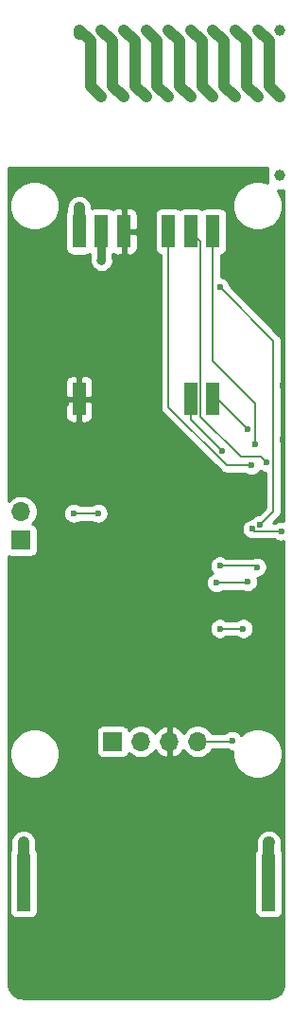
<source format=gbr>
G04 #@! TF.GenerationSoftware,KiCad,Pcbnew,5.1.8-db9833491~87~ubuntu20.04.1*
G04 #@! TF.CreationDate,2020-11-19T21:04:05-07:00*
G04 #@! TF.ProjectId,remote,72656d6f-7465-42e6-9b69-6361645f7063,rev?*
G04 #@! TF.SameCoordinates,Original*
G04 #@! TF.FileFunction,Copper,L2,Bot*
G04 #@! TF.FilePolarity,Positive*
%FSLAX46Y46*%
G04 Gerber Fmt 4.6, Leading zero omitted, Abs format (unit mm)*
G04 Created by KiCad (PCBNEW 5.1.8-db9833491~87~ubuntu20.04.1) date 2020-11-19 21:04:05*
%MOMM*%
%LPD*%
G01*
G04 APERTURE LIST*
G04 #@! TA.AperFunction,ComponentPad*
%ADD10O,1.700000X1.700000*%
G04 #@! TD*
G04 #@! TA.AperFunction,ComponentPad*
%ADD11R,1.700000X1.700000*%
G04 #@! TD*
G04 #@! TA.AperFunction,SMDPad,CuDef*
%ADD12R,1.270000X5.080000*%
G04 #@! TD*
G04 #@! TA.AperFunction,SMDPad,CuDef*
%ADD13C,17.800000*%
G04 #@! TD*
G04 #@! TA.AperFunction,SMDPad,CuDef*
%ADD14R,1.198880X2.999740*%
G04 #@! TD*
G04 #@! TA.AperFunction,ViaPad*
%ADD15C,1.000000*%
G04 #@! TD*
G04 #@! TA.AperFunction,ViaPad*
%ADD16C,0.600000*%
G04 #@! TD*
G04 #@! TA.AperFunction,ViaPad*
%ADD17C,0.800000*%
G04 #@! TD*
G04 #@! TA.AperFunction,Conductor*
%ADD18C,1.000000*%
G04 #@! TD*
G04 #@! TA.AperFunction,Conductor*
%ADD19C,0.750000*%
G04 #@! TD*
G04 #@! TA.AperFunction,Conductor*
%ADD20C,0.200000*%
G04 #@! TD*
G04 #@! TA.AperFunction,Conductor*
%ADD21C,0.254000*%
G04 #@! TD*
G04 #@! TA.AperFunction,Conductor*
%ADD22C,0.100000*%
G04 #@! TD*
G04 APERTURE END LIST*
D10*
X35800000Y-71320000D03*
X35800000Y-73860000D03*
D11*
X35800000Y-76400000D03*
D12*
X57985000Y-107000000D03*
X36015000Y-107000000D03*
D13*
X47000000Y-107000000D03*
D14*
X41000520Y-63798080D03*
X50997960Y-63798080D03*
X52999480Y-63798080D03*
X52999480Y-48801920D03*
X50997960Y-48801920D03*
X48998980Y-48801920D03*
X45001020Y-48801920D03*
X43002040Y-48801920D03*
X41000520Y-48801920D03*
D10*
X51620000Y-94400000D03*
X49080000Y-94400000D03*
X46540000Y-94400000D03*
D11*
X44000000Y-94400000D03*
D15*
X59000000Y-43800000D03*
D16*
X43600000Y-100200000D03*
X47000000Y-100200000D03*
X39000000Y-104400000D03*
X43000000Y-104400000D03*
X47000000Y-104400000D03*
X51000000Y-104400000D03*
X55200000Y-108600000D03*
X51200000Y-108600000D03*
X47200000Y-108600000D03*
X43200000Y-108600000D03*
X39200000Y-108600000D03*
X40800000Y-112600000D03*
X44800000Y-112600000D03*
X48800000Y-112600000D03*
X52800000Y-112600000D03*
X55100000Y-72600000D03*
X50500000Y-100200000D03*
X54200000Y-101700000D03*
X35200000Y-43700000D03*
X39400000Y-43700000D03*
X43800000Y-43600000D03*
X47800000Y-43600000D03*
X51800000Y-43600000D03*
X55800000Y-43600000D03*
X43800000Y-46400000D03*
X47800000Y-46400000D03*
X51800000Y-46400000D03*
X54400000Y-46800000D03*
X35400000Y-116600000D03*
X39400000Y-116600000D03*
X43400000Y-116600000D03*
X47400000Y-116600000D03*
X51400000Y-116600000D03*
X55400000Y-116600000D03*
X58600000Y-116600000D03*
X58800000Y-112600000D03*
X56800000Y-112600000D03*
X36800000Y-112600000D03*
X35200000Y-112600000D03*
X56400000Y-104600000D03*
X35200000Y-102000000D03*
X35200000Y-97600000D03*
X39600000Y-97200000D03*
X40000000Y-93600000D03*
X35200000Y-93400000D03*
X35200000Y-89400000D03*
X35200000Y-85400000D03*
X35200000Y-83000000D03*
X40200000Y-89600000D03*
X40200000Y-85600000D03*
X40200000Y-81600000D03*
X40200000Y-76000000D03*
X37600000Y-78200000D03*
X40200000Y-72200000D03*
X40200000Y-68200000D03*
X39800000Y-64200000D03*
X40200000Y-60200000D03*
X40200000Y-56200000D03*
X40200000Y-52400000D03*
X35000000Y-66200000D03*
X35000000Y-62200000D03*
X35000000Y-58200000D03*
X35000000Y-54200000D03*
X35000000Y-50200000D03*
X59000000Y-48200000D03*
X59000000Y-52200000D03*
X59000000Y-56200000D03*
X59000000Y-57600000D03*
X54800000Y-53600000D03*
X54600000Y-50000000D03*
X43200000Y-72800000D03*
X43000000Y-70000000D03*
X48600000Y-69000000D03*
X43000000Y-66000000D03*
X48800000Y-65800000D03*
X48000000Y-61200000D03*
X43000000Y-61200000D03*
X43000000Y-57200000D03*
X48000000Y-57200000D03*
X48000000Y-53200000D03*
X45400000Y-53200000D03*
X46800000Y-50800000D03*
X53400000Y-72800000D03*
X53400000Y-75200000D03*
X48200000Y-73800000D03*
X48200000Y-77800000D03*
X48200000Y-81800000D03*
X51200000Y-81800000D03*
X51800000Y-86000000D03*
X47600000Y-88000000D03*
X47600000Y-92800000D03*
X51800000Y-90400000D03*
X51800000Y-92600000D03*
X48000000Y-85000000D03*
X51800000Y-96200000D03*
X47600000Y-96000000D03*
X43000000Y-96200000D03*
X59200000Y-102600000D03*
X56200000Y-97800000D03*
X59200000Y-96800000D03*
X59200000Y-94200000D03*
X56000000Y-93200000D03*
X59200000Y-90200000D03*
X59200000Y-86200000D03*
X59200000Y-82800000D03*
X56000000Y-89200000D03*
X56200000Y-85400000D03*
X57200000Y-80400000D03*
X55400000Y-75400000D03*
X57400000Y-73200000D03*
X59200000Y-67400000D03*
X59200000Y-62600000D03*
D17*
X58000000Y-103400000D03*
X36000000Y-103400000D03*
X43000000Y-51400000D03*
D16*
X54699999Y-94300001D03*
D15*
X41000000Y-30800000D03*
X59000000Y-30800000D03*
X59000000Y-36800000D03*
X57000000Y-30800000D03*
X57000000Y-36800000D03*
X55000000Y-30800000D03*
X55000000Y-36800000D03*
X53000000Y-30800000D03*
X53000000Y-36800000D03*
X51000000Y-30800000D03*
X51000000Y-36800000D03*
X49000000Y-30800000D03*
X49000000Y-36800000D03*
X47000000Y-30800000D03*
X47000000Y-36800000D03*
X45000000Y-30800000D03*
X45000000Y-36800000D03*
X43000000Y-30800000D03*
X43000000Y-36800000D03*
D16*
X42700000Y-74000000D03*
X40500000Y-74000000D03*
X53600000Y-78700000D03*
X56900000Y-78800000D03*
X53800000Y-68400000D03*
X56425000Y-69727657D03*
X56060010Y-66460010D03*
X57775010Y-69434406D03*
X56800000Y-67800000D03*
D17*
X41000000Y-46700000D03*
D16*
X55700000Y-84300000D03*
X53600000Y-84300000D03*
X53300000Y-80200000D03*
X56100019Y-80100000D03*
X59100000Y-75600000D03*
X56500000Y-75400000D03*
X53600000Y-53800000D03*
X57200000Y-74999990D03*
D18*
X57985000Y-103415000D02*
X58000000Y-103400000D01*
X57985000Y-107000000D02*
X57985000Y-103415000D01*
X36015000Y-103415000D02*
X36000000Y-103400000D01*
X36015000Y-107000000D02*
X36015000Y-103415000D01*
D19*
X43000000Y-48803960D02*
X43002040Y-48801920D01*
X43000000Y-51400000D02*
X43000000Y-48803960D01*
D20*
X54600000Y-94400000D02*
X54699999Y-94300001D01*
X51620000Y-94400000D02*
X54600000Y-94400000D01*
D18*
X41025000Y-31200000D02*
X41000000Y-31200000D01*
X59000000Y-36800000D02*
X58000000Y-35800000D01*
X58000000Y-35800000D02*
X58000000Y-31800000D01*
X57000000Y-30800000D02*
X58000000Y-31800000D01*
X57000000Y-36800000D02*
X56000000Y-35800000D01*
X56000000Y-35800000D02*
X56000000Y-31800000D01*
X55000000Y-30800000D02*
X56000000Y-31800000D01*
X55000000Y-36800000D02*
X54000000Y-35800000D01*
X54000000Y-35800000D02*
X54000000Y-31800000D01*
X53000000Y-30800000D02*
X54000000Y-31800000D01*
X53000000Y-36800000D02*
X52000000Y-35800000D01*
X52000000Y-35800000D02*
X52000000Y-31800000D01*
X51000000Y-30800000D02*
X52000000Y-31800000D01*
X51000000Y-36800000D02*
X50000000Y-35800000D01*
X50000000Y-35800000D02*
X50000000Y-31800000D01*
X49000000Y-30800000D02*
X50000000Y-31800000D01*
X49000000Y-36800000D02*
X48000000Y-35800000D01*
X48000000Y-35800000D02*
X48000000Y-31800000D01*
X47000000Y-30800000D02*
X48000000Y-31800000D01*
X47000000Y-36800000D02*
X46000000Y-35800000D01*
X46000000Y-35800000D02*
X46000000Y-31800000D01*
X45000000Y-30800000D02*
X46000000Y-31800000D01*
X45000000Y-36800000D02*
X44000000Y-35800000D01*
X44000000Y-35800000D02*
X44000000Y-31800000D01*
X43000000Y-30800000D02*
X44000000Y-31800000D01*
X42000000Y-35800000D02*
X43000000Y-36800000D01*
X42000000Y-31800000D02*
X42000000Y-35800000D01*
X41000000Y-30800000D02*
X42000000Y-31800000D01*
D20*
X42700000Y-74000000D02*
X40500000Y-74000000D01*
X56800000Y-78700000D02*
X56900000Y-78800000D01*
X53600000Y-78700000D02*
X56800000Y-78700000D01*
X50997960Y-63798080D02*
X50997960Y-65597960D01*
X50997960Y-65597960D02*
X53800000Y-68400000D01*
X54239653Y-69727657D02*
X56000736Y-69727657D01*
X48998980Y-48801920D02*
X48998980Y-64486984D01*
X48998980Y-64486984D02*
X54239653Y-69727657D01*
X56000736Y-69727657D02*
X56425000Y-69727657D01*
X53398080Y-63798080D02*
X56000000Y-66400000D01*
X52999480Y-63798080D02*
X53398080Y-63798080D01*
X56000000Y-66400000D02*
X56060010Y-66460010D01*
X57240603Y-68899999D02*
X57775010Y-69434406D01*
X51897401Y-49701361D02*
X51897401Y-65335313D01*
X50997960Y-48801920D02*
X51897401Y-49701361D01*
X55462087Y-68899999D02*
X57240603Y-68899999D01*
X51897401Y-65335313D02*
X55462087Y-68899999D01*
X52999480Y-48801920D02*
X52999480Y-60399480D01*
X52999480Y-60399480D02*
X56800000Y-64200000D01*
X56800000Y-67000000D02*
X56800000Y-67800000D01*
X56800000Y-64200000D02*
X56800000Y-67000000D01*
D18*
X41000520Y-48801920D02*
X41000520Y-46700520D01*
D20*
X55700000Y-84300000D02*
X53600000Y-84300000D01*
X53300000Y-80200000D02*
X56000019Y-80200000D01*
X56000019Y-80200000D02*
X56100019Y-80100000D01*
X59100000Y-75600000D02*
X56700000Y-75600000D01*
X56700000Y-75600000D02*
X56500000Y-75400000D01*
X58400000Y-73799990D02*
X57200000Y-74999990D01*
X53600000Y-53800000D02*
X58400000Y-58600000D01*
X58400000Y-58600000D02*
X58400000Y-73799990D01*
D21*
X57873000Y-43647993D02*
X57865000Y-43688212D01*
X57865000Y-43911788D01*
X57873000Y-43952007D01*
X57873000Y-44442462D01*
X57651925Y-44350890D01*
X57220128Y-44265000D01*
X56779872Y-44265000D01*
X56348075Y-44350890D01*
X55941331Y-44519369D01*
X55575271Y-44763962D01*
X55263962Y-45075271D01*
X55019369Y-45441331D01*
X54850890Y-45848075D01*
X54765000Y-46279872D01*
X54765000Y-46720128D01*
X54850890Y-47151925D01*
X55019369Y-47558669D01*
X55263962Y-47924729D01*
X55575271Y-48236038D01*
X55941331Y-48480631D01*
X56348075Y-48649110D01*
X56779872Y-48735000D01*
X57220128Y-48735000D01*
X57651925Y-48649110D01*
X58058669Y-48480631D01*
X58424729Y-48236038D01*
X58736038Y-47924729D01*
X58980631Y-47558669D01*
X59149110Y-47151925D01*
X59235000Y-46720128D01*
X59235000Y-46279872D01*
X59149110Y-45848075D01*
X58980631Y-45441331D01*
X58770602Y-45127000D01*
X59340000Y-45127000D01*
X59340001Y-74694422D01*
X59192089Y-74665000D01*
X59007911Y-74665000D01*
X58827271Y-74700932D01*
X58657111Y-74771414D01*
X58517049Y-74865000D01*
X58374437Y-74865000D01*
X58894193Y-74345244D01*
X58922238Y-74322228D01*
X59014087Y-74210310D01*
X59082337Y-74082623D01*
X59124365Y-73944075D01*
X59135000Y-73836095D01*
X59135000Y-73836086D01*
X59138555Y-73799991D01*
X59135000Y-73763896D01*
X59135000Y-58636096D01*
X59138555Y-58599999D01*
X59135000Y-58563902D01*
X59135000Y-58563895D01*
X59124365Y-58455915D01*
X59082337Y-58317367D01*
X59014087Y-58189680D01*
X58970117Y-58136103D01*
X58945253Y-58105806D01*
X58945250Y-58105803D01*
X58922237Y-58077762D01*
X58894197Y-58054751D01*
X54531932Y-53692486D01*
X54499068Y-53527271D01*
X54428586Y-53357111D01*
X54326262Y-53203972D01*
X54196028Y-53073738D01*
X54042889Y-52971414D01*
X53872729Y-52900932D01*
X53734480Y-52873432D01*
X53734480Y-50924242D01*
X53843100Y-50891292D01*
X53953414Y-50832327D01*
X54050105Y-50752975D01*
X54129457Y-50656284D01*
X54188422Y-50545970D01*
X54224732Y-50426272D01*
X54236992Y-50301790D01*
X54236992Y-47302050D01*
X54224732Y-47177568D01*
X54188422Y-47057870D01*
X54129457Y-46947556D01*
X54050105Y-46850865D01*
X53953414Y-46771513D01*
X53843100Y-46712548D01*
X53723402Y-46676238D01*
X53598920Y-46663978D01*
X52400040Y-46663978D01*
X52275558Y-46676238D01*
X52155860Y-46712548D01*
X52045546Y-46771513D01*
X51998720Y-46809942D01*
X51951894Y-46771513D01*
X51841580Y-46712548D01*
X51721882Y-46676238D01*
X51597400Y-46663978D01*
X50398520Y-46663978D01*
X50274038Y-46676238D01*
X50154340Y-46712548D01*
X50044026Y-46771513D01*
X49998470Y-46808900D01*
X49952914Y-46771513D01*
X49842600Y-46712548D01*
X49722902Y-46676238D01*
X49598420Y-46663978D01*
X48399540Y-46663978D01*
X48275058Y-46676238D01*
X48155360Y-46712548D01*
X48045046Y-46771513D01*
X47948355Y-46850865D01*
X47869003Y-46947556D01*
X47810038Y-47057870D01*
X47773728Y-47177568D01*
X47761468Y-47302050D01*
X47761468Y-50301790D01*
X47773728Y-50426272D01*
X47810038Y-50545970D01*
X47869003Y-50656284D01*
X47948355Y-50752975D01*
X48045046Y-50832327D01*
X48155360Y-50891292D01*
X48263980Y-50924242D01*
X48263981Y-64450869D01*
X48260424Y-64486984D01*
X48274615Y-64631069D01*
X48309253Y-64745253D01*
X48316644Y-64769617D01*
X48384894Y-64897304D01*
X48476743Y-65009222D01*
X48504788Y-65032238D01*
X53694399Y-70221850D01*
X53717415Y-70249895D01*
X53829333Y-70341744D01*
X53957020Y-70409994D01*
X54095568Y-70452022D01*
X54239653Y-70466213D01*
X54275758Y-70462657D01*
X55842049Y-70462657D01*
X55982111Y-70556243D01*
X56152271Y-70626725D01*
X56332911Y-70662657D01*
X56517089Y-70662657D01*
X56697729Y-70626725D01*
X56867889Y-70556243D01*
X57021028Y-70453919D01*
X57151262Y-70323685D01*
X57235122Y-70198179D01*
X57332121Y-70262992D01*
X57502281Y-70333474D01*
X57665001Y-70365841D01*
X57665001Y-73495542D01*
X57092485Y-74068058D01*
X56927271Y-74100922D01*
X56757111Y-74171404D01*
X56603972Y-74273728D01*
X56473738Y-74403962D01*
X56432954Y-74465000D01*
X56407911Y-74465000D01*
X56227271Y-74500932D01*
X56057111Y-74571414D01*
X55903972Y-74673738D01*
X55773738Y-74803972D01*
X55671414Y-74957111D01*
X55600932Y-75127271D01*
X55565000Y-75307911D01*
X55565000Y-75492089D01*
X55600932Y-75672729D01*
X55671414Y-75842889D01*
X55773738Y-75996028D01*
X55903972Y-76126262D01*
X56057111Y-76228586D01*
X56227271Y-76299068D01*
X56407911Y-76335000D01*
X56592089Y-76335000D01*
X56615869Y-76330270D01*
X56700000Y-76338556D01*
X56736105Y-76335000D01*
X58517049Y-76335000D01*
X58657111Y-76428586D01*
X58827271Y-76499068D01*
X59007911Y-76535000D01*
X59192089Y-76535000D01*
X59340001Y-76505578D01*
X59340001Y-115967711D01*
X59311375Y-116259660D01*
X59235965Y-116509429D01*
X59113477Y-116739794D01*
X58948579Y-116941979D01*
X58747546Y-117108288D01*
X58518046Y-117232378D01*
X58268805Y-117309531D01*
X57978911Y-117340000D01*
X36032279Y-117340000D01*
X35740340Y-117311375D01*
X35490571Y-117235965D01*
X35260206Y-117113477D01*
X35058021Y-116948579D01*
X34891712Y-116747546D01*
X34767622Y-116518046D01*
X34690469Y-116268805D01*
X34660000Y-115978911D01*
X34660000Y-104460000D01*
X34741928Y-104460000D01*
X34741928Y-109540000D01*
X34754188Y-109664482D01*
X34790498Y-109784180D01*
X34849463Y-109894494D01*
X34928815Y-109991185D01*
X35025506Y-110070537D01*
X35135820Y-110129502D01*
X35255518Y-110165812D01*
X35380000Y-110178072D01*
X36650000Y-110178072D01*
X36774482Y-110165812D01*
X36894180Y-110129502D01*
X37004494Y-110070537D01*
X37101185Y-109991185D01*
X37180537Y-109894494D01*
X37239502Y-109784180D01*
X37275812Y-109664482D01*
X37288072Y-109540000D01*
X37288072Y-104460000D01*
X56711928Y-104460000D01*
X56711928Y-109540000D01*
X56724188Y-109664482D01*
X56760498Y-109784180D01*
X56819463Y-109894494D01*
X56898815Y-109991185D01*
X56995506Y-110070537D01*
X57105820Y-110129502D01*
X57225518Y-110165812D01*
X57350000Y-110178072D01*
X58620000Y-110178072D01*
X58744482Y-110165812D01*
X58864180Y-110129502D01*
X58974494Y-110070537D01*
X59071185Y-109991185D01*
X59150537Y-109894494D01*
X59209502Y-109784180D01*
X59245812Y-109664482D01*
X59258072Y-109540000D01*
X59258072Y-104460000D01*
X59245812Y-104335518D01*
X59209502Y-104215820D01*
X59150537Y-104105506D01*
X59120000Y-104068296D01*
X59120000Y-103608050D01*
X59140490Y-103400001D01*
X59118577Y-103177502D01*
X59053675Y-102963554D01*
X58948283Y-102766378D01*
X58806448Y-102593552D01*
X58633622Y-102451717D01*
X58436446Y-102346325D01*
X58222498Y-102281423D01*
X57999999Y-102259510D01*
X57777501Y-102281423D01*
X57563554Y-102346325D01*
X57366378Y-102451717D01*
X57236857Y-102558012D01*
X57221860Y-102573009D01*
X57178552Y-102608551D01*
X57036717Y-102781377D01*
X56980384Y-102886770D01*
X56931324Y-102978554D01*
X56866423Y-103192502D01*
X56844509Y-103415000D01*
X56850001Y-103470761D01*
X56850001Y-104068295D01*
X56819463Y-104105506D01*
X56760498Y-104215820D01*
X56724188Y-104335518D01*
X56711928Y-104460000D01*
X37288072Y-104460000D01*
X37275812Y-104335518D01*
X37239502Y-104215820D01*
X37180537Y-104105506D01*
X37150000Y-104068296D01*
X37150000Y-103470743D01*
X37155490Y-103414999D01*
X37150000Y-103359255D01*
X37150000Y-103359248D01*
X37133577Y-103192501D01*
X37068676Y-102978553D01*
X36963284Y-102781377D01*
X36821449Y-102608551D01*
X36778135Y-102573004D01*
X36763143Y-102558012D01*
X36633622Y-102451717D01*
X36436446Y-102346324D01*
X36222498Y-102281423D01*
X36000000Y-102259509D01*
X35777502Y-102281423D01*
X35563554Y-102346324D01*
X35366378Y-102451717D01*
X35193552Y-102593552D01*
X35051717Y-102766378D01*
X34946324Y-102963554D01*
X34881423Y-103177502D01*
X34859509Y-103400000D01*
X34880001Y-103608059D01*
X34880001Y-104068295D01*
X34849463Y-104105506D01*
X34790498Y-104215820D01*
X34754188Y-104335518D01*
X34741928Y-104460000D01*
X34660000Y-104460000D01*
X34660000Y-95279872D01*
X34765000Y-95279872D01*
X34765000Y-95720128D01*
X34850890Y-96151925D01*
X35019369Y-96558669D01*
X35263962Y-96924729D01*
X35575271Y-97236038D01*
X35941331Y-97480631D01*
X36348075Y-97649110D01*
X36779872Y-97735000D01*
X37220128Y-97735000D01*
X37651925Y-97649110D01*
X38058669Y-97480631D01*
X38424729Y-97236038D01*
X38736038Y-96924729D01*
X38980631Y-96558669D01*
X39149110Y-96151925D01*
X39235000Y-95720128D01*
X39235000Y-95279872D01*
X39149110Y-94848075D01*
X38980631Y-94441331D01*
X38736038Y-94075271D01*
X38424729Y-93763962D01*
X38104512Y-93550000D01*
X42511928Y-93550000D01*
X42511928Y-95250000D01*
X42524188Y-95374482D01*
X42560498Y-95494180D01*
X42619463Y-95604494D01*
X42698815Y-95701185D01*
X42795506Y-95780537D01*
X42905820Y-95839502D01*
X43025518Y-95875812D01*
X43150000Y-95888072D01*
X44850000Y-95888072D01*
X44974482Y-95875812D01*
X45094180Y-95839502D01*
X45204494Y-95780537D01*
X45301185Y-95701185D01*
X45380537Y-95604494D01*
X45439502Y-95494180D01*
X45461513Y-95421620D01*
X45593368Y-95553475D01*
X45836589Y-95715990D01*
X46106842Y-95827932D01*
X46393740Y-95885000D01*
X46686260Y-95885000D01*
X46973158Y-95827932D01*
X47243411Y-95715990D01*
X47486632Y-95553475D01*
X47693475Y-95346632D01*
X47815195Y-95164466D01*
X47884822Y-95281355D01*
X48079731Y-95497588D01*
X48313080Y-95671641D01*
X48575901Y-95796825D01*
X48723110Y-95841476D01*
X48953000Y-95720155D01*
X48953000Y-94527000D01*
X48933000Y-94527000D01*
X48933000Y-94273000D01*
X48953000Y-94273000D01*
X48953000Y-93079845D01*
X49207000Y-93079845D01*
X49207000Y-94273000D01*
X49227000Y-94273000D01*
X49227000Y-94527000D01*
X49207000Y-94527000D01*
X49207000Y-95720155D01*
X49436890Y-95841476D01*
X49584099Y-95796825D01*
X49846920Y-95671641D01*
X50080269Y-95497588D01*
X50275178Y-95281355D01*
X50344805Y-95164466D01*
X50466525Y-95346632D01*
X50673368Y-95553475D01*
X50916589Y-95715990D01*
X51186842Y-95827932D01*
X51473740Y-95885000D01*
X51766260Y-95885000D01*
X52053158Y-95827932D01*
X52323411Y-95715990D01*
X52566632Y-95553475D01*
X52773475Y-95346632D01*
X52914883Y-95135000D01*
X54272592Y-95135000D01*
X54427270Y-95199069D01*
X54607910Y-95235001D01*
X54773925Y-95235001D01*
X54765000Y-95279872D01*
X54765000Y-95720128D01*
X54850890Y-96151925D01*
X55019369Y-96558669D01*
X55263962Y-96924729D01*
X55575271Y-97236038D01*
X55941331Y-97480631D01*
X56348075Y-97649110D01*
X56779872Y-97735000D01*
X57220128Y-97735000D01*
X57651925Y-97649110D01*
X58058669Y-97480631D01*
X58424729Y-97236038D01*
X58736038Y-96924729D01*
X58980631Y-96558669D01*
X59149110Y-96151925D01*
X59235000Y-95720128D01*
X59235000Y-95279872D01*
X59149110Y-94848075D01*
X58980631Y-94441331D01*
X58736038Y-94075271D01*
X58424729Y-93763962D01*
X58058669Y-93519369D01*
X57651925Y-93350890D01*
X57220128Y-93265000D01*
X56779872Y-93265000D01*
X56348075Y-93350890D01*
X55941331Y-93519369D01*
X55575271Y-93763962D01*
X55509974Y-93829259D01*
X55426261Y-93703973D01*
X55296027Y-93573739D01*
X55142888Y-93471415D01*
X54972728Y-93400933D01*
X54792088Y-93365001D01*
X54607910Y-93365001D01*
X54427270Y-93400933D01*
X54257110Y-93471415D01*
X54103971Y-93573739D01*
X54012710Y-93665000D01*
X52914883Y-93665000D01*
X52773475Y-93453368D01*
X52566632Y-93246525D01*
X52323411Y-93084010D01*
X52053158Y-92972068D01*
X51766260Y-92915000D01*
X51473740Y-92915000D01*
X51186842Y-92972068D01*
X50916589Y-93084010D01*
X50673368Y-93246525D01*
X50466525Y-93453368D01*
X50344805Y-93635534D01*
X50275178Y-93518645D01*
X50080269Y-93302412D01*
X49846920Y-93128359D01*
X49584099Y-93003175D01*
X49436890Y-92958524D01*
X49207000Y-93079845D01*
X48953000Y-93079845D01*
X48723110Y-92958524D01*
X48575901Y-93003175D01*
X48313080Y-93128359D01*
X48079731Y-93302412D01*
X47884822Y-93518645D01*
X47815195Y-93635534D01*
X47693475Y-93453368D01*
X47486632Y-93246525D01*
X47243411Y-93084010D01*
X46973158Y-92972068D01*
X46686260Y-92915000D01*
X46393740Y-92915000D01*
X46106842Y-92972068D01*
X45836589Y-93084010D01*
X45593368Y-93246525D01*
X45461513Y-93378380D01*
X45439502Y-93305820D01*
X45380537Y-93195506D01*
X45301185Y-93098815D01*
X45204494Y-93019463D01*
X45094180Y-92960498D01*
X44974482Y-92924188D01*
X44850000Y-92911928D01*
X43150000Y-92911928D01*
X43025518Y-92924188D01*
X42905820Y-92960498D01*
X42795506Y-93019463D01*
X42698815Y-93098815D01*
X42619463Y-93195506D01*
X42560498Y-93305820D01*
X42524188Y-93425518D01*
X42511928Y-93550000D01*
X38104512Y-93550000D01*
X38058669Y-93519369D01*
X37651925Y-93350890D01*
X37220128Y-93265000D01*
X36779872Y-93265000D01*
X36348075Y-93350890D01*
X35941331Y-93519369D01*
X35575271Y-93763962D01*
X35263962Y-94075271D01*
X35019369Y-94441331D01*
X34850890Y-94848075D01*
X34765000Y-95279872D01*
X34660000Y-95279872D01*
X34660000Y-84207911D01*
X52665000Y-84207911D01*
X52665000Y-84392089D01*
X52700932Y-84572729D01*
X52771414Y-84742889D01*
X52873738Y-84896028D01*
X53003972Y-85026262D01*
X53157111Y-85128586D01*
X53327271Y-85199068D01*
X53507911Y-85235000D01*
X53692089Y-85235000D01*
X53872729Y-85199068D01*
X54042889Y-85128586D01*
X54182951Y-85035000D01*
X55117049Y-85035000D01*
X55257111Y-85128586D01*
X55427271Y-85199068D01*
X55607911Y-85235000D01*
X55792089Y-85235000D01*
X55972729Y-85199068D01*
X56142889Y-85128586D01*
X56296028Y-85026262D01*
X56426262Y-84896028D01*
X56528586Y-84742889D01*
X56599068Y-84572729D01*
X56635000Y-84392089D01*
X56635000Y-84207911D01*
X56599068Y-84027271D01*
X56528586Y-83857111D01*
X56426262Y-83703972D01*
X56296028Y-83573738D01*
X56142889Y-83471414D01*
X55972729Y-83400932D01*
X55792089Y-83365000D01*
X55607911Y-83365000D01*
X55427271Y-83400932D01*
X55257111Y-83471414D01*
X55117049Y-83565000D01*
X54182951Y-83565000D01*
X54042889Y-83471414D01*
X53872729Y-83400932D01*
X53692089Y-83365000D01*
X53507911Y-83365000D01*
X53327271Y-83400932D01*
X53157111Y-83471414D01*
X53003972Y-83573738D01*
X52873738Y-83703972D01*
X52771414Y-83857111D01*
X52700932Y-84027271D01*
X52665000Y-84207911D01*
X34660000Y-84207911D01*
X34660000Y-80107911D01*
X52365000Y-80107911D01*
X52365000Y-80292089D01*
X52400932Y-80472729D01*
X52471414Y-80642889D01*
X52573738Y-80796028D01*
X52703972Y-80926262D01*
X52857111Y-81028586D01*
X53027271Y-81099068D01*
X53207911Y-81135000D01*
X53392089Y-81135000D01*
X53572729Y-81099068D01*
X53742889Y-81028586D01*
X53882951Y-80935000D01*
X55672615Y-80935000D01*
X55827290Y-80999068D01*
X56007930Y-81035000D01*
X56192108Y-81035000D01*
X56372748Y-80999068D01*
X56542908Y-80928586D01*
X56696047Y-80826262D01*
X56826281Y-80696028D01*
X56928605Y-80542889D01*
X56999087Y-80372729D01*
X57035019Y-80192089D01*
X57035019Y-80007911D01*
X56999087Y-79827271D01*
X56960867Y-79735000D01*
X56992089Y-79735000D01*
X57172729Y-79699068D01*
X57342889Y-79628586D01*
X57496028Y-79526262D01*
X57626262Y-79396028D01*
X57728586Y-79242889D01*
X57799068Y-79072729D01*
X57835000Y-78892089D01*
X57835000Y-78707911D01*
X57799068Y-78527271D01*
X57728586Y-78357111D01*
X57626262Y-78203972D01*
X57496028Y-78073738D01*
X57342889Y-77971414D01*
X57172729Y-77900932D01*
X56992089Y-77865000D01*
X56807911Y-77865000D01*
X56627271Y-77900932D01*
X56472596Y-77965000D01*
X54182951Y-77965000D01*
X54042889Y-77871414D01*
X53872729Y-77800932D01*
X53692089Y-77765000D01*
X53507911Y-77765000D01*
X53327271Y-77800932D01*
X53157111Y-77871414D01*
X53003972Y-77973738D01*
X52873738Y-78103972D01*
X52771414Y-78257111D01*
X52700932Y-78427271D01*
X52665000Y-78607911D01*
X52665000Y-78792089D01*
X52700932Y-78972729D01*
X52771414Y-79142889D01*
X52873738Y-79296028D01*
X52922174Y-79344464D01*
X52857111Y-79371414D01*
X52703972Y-79473738D01*
X52573738Y-79603972D01*
X52471414Y-79757111D01*
X52400932Y-79927271D01*
X52365000Y-80107911D01*
X34660000Y-80107911D01*
X34660000Y-77815010D01*
X34705820Y-77839502D01*
X34825518Y-77875812D01*
X34950000Y-77888072D01*
X36650000Y-77888072D01*
X36774482Y-77875812D01*
X36894180Y-77839502D01*
X37004494Y-77780537D01*
X37101185Y-77701185D01*
X37180537Y-77604494D01*
X37239502Y-77494180D01*
X37275812Y-77374482D01*
X37288072Y-77250000D01*
X37288072Y-75550000D01*
X37275812Y-75425518D01*
X37239502Y-75305820D01*
X37180537Y-75195506D01*
X37101185Y-75098815D01*
X37004494Y-75019463D01*
X36894180Y-74960498D01*
X36821620Y-74938487D01*
X36953475Y-74806632D01*
X37115990Y-74563411D01*
X37227932Y-74293158D01*
X37285000Y-74006260D01*
X37285000Y-73907911D01*
X39565000Y-73907911D01*
X39565000Y-74092089D01*
X39600932Y-74272729D01*
X39671414Y-74442889D01*
X39773738Y-74596028D01*
X39903972Y-74726262D01*
X40057111Y-74828586D01*
X40227271Y-74899068D01*
X40407911Y-74935000D01*
X40592089Y-74935000D01*
X40772729Y-74899068D01*
X40942889Y-74828586D01*
X41082951Y-74735000D01*
X42117049Y-74735000D01*
X42257111Y-74828586D01*
X42427271Y-74899068D01*
X42607911Y-74935000D01*
X42792089Y-74935000D01*
X42972729Y-74899068D01*
X43142889Y-74828586D01*
X43296028Y-74726262D01*
X43426262Y-74596028D01*
X43528586Y-74442889D01*
X43599068Y-74272729D01*
X43635000Y-74092089D01*
X43635000Y-73907911D01*
X43599068Y-73727271D01*
X43528586Y-73557111D01*
X43426262Y-73403972D01*
X43296028Y-73273738D01*
X43142889Y-73171414D01*
X42972729Y-73100932D01*
X42792089Y-73065000D01*
X42607911Y-73065000D01*
X42427271Y-73100932D01*
X42257111Y-73171414D01*
X42117049Y-73265000D01*
X41082951Y-73265000D01*
X40942889Y-73171414D01*
X40772729Y-73100932D01*
X40592089Y-73065000D01*
X40407911Y-73065000D01*
X40227271Y-73100932D01*
X40057111Y-73171414D01*
X39903972Y-73273738D01*
X39773738Y-73403972D01*
X39671414Y-73557111D01*
X39600932Y-73727271D01*
X39565000Y-73907911D01*
X37285000Y-73907911D01*
X37285000Y-73713740D01*
X37227932Y-73426842D01*
X37115990Y-73156589D01*
X36953475Y-72913368D01*
X36746632Y-72706525D01*
X36503411Y-72544010D01*
X36233158Y-72432068D01*
X35946260Y-72375000D01*
X35653740Y-72375000D01*
X35366842Y-72432068D01*
X35096589Y-72544010D01*
X34853368Y-72706525D01*
X34660000Y-72899893D01*
X34660000Y-65297950D01*
X39763008Y-65297950D01*
X39775268Y-65422432D01*
X39811578Y-65542130D01*
X39870543Y-65652444D01*
X39949895Y-65749135D01*
X40046586Y-65828487D01*
X40156900Y-65887452D01*
X40276598Y-65923762D01*
X40401080Y-65936022D01*
X40714770Y-65932950D01*
X40873520Y-65774200D01*
X40873520Y-63925080D01*
X41127520Y-63925080D01*
X41127520Y-65774200D01*
X41286270Y-65932950D01*
X41599960Y-65936022D01*
X41724442Y-65923762D01*
X41844140Y-65887452D01*
X41954454Y-65828487D01*
X42051145Y-65749135D01*
X42130497Y-65652444D01*
X42189462Y-65542130D01*
X42225772Y-65422432D01*
X42238032Y-65297950D01*
X42234960Y-64083830D01*
X42076210Y-63925080D01*
X41127520Y-63925080D01*
X40873520Y-63925080D01*
X39924830Y-63925080D01*
X39766080Y-64083830D01*
X39763008Y-65297950D01*
X34660000Y-65297950D01*
X34660000Y-62298210D01*
X39763008Y-62298210D01*
X39766080Y-63512330D01*
X39924830Y-63671080D01*
X40873520Y-63671080D01*
X40873520Y-61821960D01*
X41127520Y-61821960D01*
X41127520Y-63671080D01*
X42076210Y-63671080D01*
X42234960Y-63512330D01*
X42238032Y-62298210D01*
X42225772Y-62173728D01*
X42189462Y-62054030D01*
X42130497Y-61943716D01*
X42051145Y-61847025D01*
X41954454Y-61767673D01*
X41844140Y-61708708D01*
X41724442Y-61672398D01*
X41599960Y-61660138D01*
X41286270Y-61663210D01*
X41127520Y-61821960D01*
X40873520Y-61821960D01*
X40714770Y-61663210D01*
X40401080Y-61660138D01*
X40276598Y-61672398D01*
X40156900Y-61708708D01*
X40046586Y-61767673D01*
X39949895Y-61847025D01*
X39870543Y-61943716D01*
X39811578Y-62054030D01*
X39775268Y-62173728D01*
X39763008Y-62298210D01*
X34660000Y-62298210D01*
X34660000Y-46279872D01*
X34765000Y-46279872D01*
X34765000Y-46720128D01*
X34850890Y-47151925D01*
X35019369Y-47558669D01*
X35263962Y-47924729D01*
X35575271Y-48236038D01*
X35941331Y-48480631D01*
X36348075Y-48649110D01*
X36779872Y-48735000D01*
X37220128Y-48735000D01*
X37651925Y-48649110D01*
X38058669Y-48480631D01*
X38424729Y-48236038D01*
X38736038Y-47924729D01*
X38980631Y-47558669D01*
X39086926Y-47302050D01*
X39763008Y-47302050D01*
X39763008Y-50301790D01*
X39775268Y-50426272D01*
X39811578Y-50545970D01*
X39870543Y-50656284D01*
X39949895Y-50752975D01*
X40046586Y-50832327D01*
X40156900Y-50891292D01*
X40276598Y-50927602D01*
X40401080Y-50939862D01*
X41599960Y-50939862D01*
X41724442Y-50927602D01*
X41844140Y-50891292D01*
X41954454Y-50832327D01*
X41990000Y-50803155D01*
X41990000Y-51172376D01*
X41965000Y-51298061D01*
X41965000Y-51501939D01*
X42004774Y-51701898D01*
X42082795Y-51890256D01*
X42196063Y-52059774D01*
X42340226Y-52203937D01*
X42509744Y-52317205D01*
X42698102Y-52395226D01*
X42898061Y-52435000D01*
X43101939Y-52435000D01*
X43301898Y-52395226D01*
X43490256Y-52317205D01*
X43659774Y-52203937D01*
X43803937Y-52059774D01*
X43917205Y-51890256D01*
X43995226Y-51701898D01*
X44035000Y-51501939D01*
X44035000Y-51298061D01*
X44010000Y-51172377D01*
X44010000Y-50801891D01*
X44047086Y-50832327D01*
X44157400Y-50891292D01*
X44277098Y-50927602D01*
X44401580Y-50939862D01*
X44715270Y-50936790D01*
X44874020Y-50778040D01*
X44874020Y-48928920D01*
X45128020Y-48928920D01*
X45128020Y-50778040D01*
X45286770Y-50936790D01*
X45600460Y-50939862D01*
X45724942Y-50927602D01*
X45844640Y-50891292D01*
X45954954Y-50832327D01*
X46051645Y-50752975D01*
X46130997Y-50656284D01*
X46189962Y-50545970D01*
X46226272Y-50426272D01*
X46238532Y-50301790D01*
X46235460Y-49087670D01*
X46076710Y-48928920D01*
X45128020Y-48928920D01*
X44874020Y-48928920D01*
X44854020Y-48928920D01*
X44854020Y-48674920D01*
X44874020Y-48674920D01*
X44874020Y-46825800D01*
X45128020Y-46825800D01*
X45128020Y-48674920D01*
X46076710Y-48674920D01*
X46235460Y-48516170D01*
X46238532Y-47302050D01*
X46226272Y-47177568D01*
X46189962Y-47057870D01*
X46130997Y-46947556D01*
X46051645Y-46850865D01*
X45954954Y-46771513D01*
X45844640Y-46712548D01*
X45724942Y-46676238D01*
X45600460Y-46663978D01*
X45286770Y-46667050D01*
X45128020Y-46825800D01*
X44874020Y-46825800D01*
X44715270Y-46667050D01*
X44401580Y-46663978D01*
X44277098Y-46676238D01*
X44157400Y-46712548D01*
X44047086Y-46771513D01*
X44001530Y-46808900D01*
X43955974Y-46771513D01*
X43845660Y-46712548D01*
X43725962Y-46676238D01*
X43601480Y-46663978D01*
X42402600Y-46663978D01*
X42278118Y-46676238D01*
X42158420Y-46712548D01*
X42135520Y-46724788D01*
X42135520Y-46644768D01*
X42119097Y-46478021D01*
X42054196Y-46264073D01*
X41948804Y-46066897D01*
X41806969Y-45894071D01*
X41634143Y-45752236D01*
X41436967Y-45646844D01*
X41223019Y-45581943D01*
X41000520Y-45560029D01*
X40778022Y-45581943D01*
X40564074Y-45646844D01*
X40366898Y-45752236D01*
X40194072Y-45894071D01*
X40052237Y-46066897D01*
X39946845Y-46264073D01*
X39881944Y-46478021D01*
X39865521Y-46644768D01*
X39865521Y-46956952D01*
X39811578Y-47057870D01*
X39775268Y-47177568D01*
X39763008Y-47302050D01*
X39086926Y-47302050D01*
X39149110Y-47151925D01*
X39235000Y-46720128D01*
X39235000Y-46279872D01*
X39149110Y-45848075D01*
X38980631Y-45441331D01*
X38736038Y-45075271D01*
X38424729Y-44763962D01*
X38058669Y-44519369D01*
X37651925Y-44350890D01*
X37220128Y-44265000D01*
X36779872Y-44265000D01*
X36348075Y-44350890D01*
X35941331Y-44519369D01*
X35575271Y-44763962D01*
X35263962Y-45075271D01*
X35019369Y-45441331D01*
X34850890Y-45848075D01*
X34765000Y-46279872D01*
X34660000Y-46279872D01*
X34660000Y-43127000D01*
X57873000Y-43127000D01*
X57873000Y-43647993D01*
G04 #@! TA.AperFunction,Conductor*
D22*
G36*
X57873000Y-43647993D02*
G01*
X57865000Y-43688212D01*
X57865000Y-43911788D01*
X57873000Y-43952007D01*
X57873000Y-44442462D01*
X57651925Y-44350890D01*
X57220128Y-44265000D01*
X56779872Y-44265000D01*
X56348075Y-44350890D01*
X55941331Y-44519369D01*
X55575271Y-44763962D01*
X55263962Y-45075271D01*
X55019369Y-45441331D01*
X54850890Y-45848075D01*
X54765000Y-46279872D01*
X54765000Y-46720128D01*
X54850890Y-47151925D01*
X55019369Y-47558669D01*
X55263962Y-47924729D01*
X55575271Y-48236038D01*
X55941331Y-48480631D01*
X56348075Y-48649110D01*
X56779872Y-48735000D01*
X57220128Y-48735000D01*
X57651925Y-48649110D01*
X58058669Y-48480631D01*
X58424729Y-48236038D01*
X58736038Y-47924729D01*
X58980631Y-47558669D01*
X59149110Y-47151925D01*
X59235000Y-46720128D01*
X59235000Y-46279872D01*
X59149110Y-45848075D01*
X58980631Y-45441331D01*
X58770602Y-45127000D01*
X59340000Y-45127000D01*
X59340001Y-74694422D01*
X59192089Y-74665000D01*
X59007911Y-74665000D01*
X58827271Y-74700932D01*
X58657111Y-74771414D01*
X58517049Y-74865000D01*
X58374437Y-74865000D01*
X58894193Y-74345244D01*
X58922238Y-74322228D01*
X59014087Y-74210310D01*
X59082337Y-74082623D01*
X59124365Y-73944075D01*
X59135000Y-73836095D01*
X59135000Y-73836086D01*
X59138555Y-73799991D01*
X59135000Y-73763896D01*
X59135000Y-58636096D01*
X59138555Y-58599999D01*
X59135000Y-58563902D01*
X59135000Y-58563895D01*
X59124365Y-58455915D01*
X59082337Y-58317367D01*
X59014087Y-58189680D01*
X58970117Y-58136103D01*
X58945253Y-58105806D01*
X58945250Y-58105803D01*
X58922237Y-58077762D01*
X58894197Y-58054751D01*
X54531932Y-53692486D01*
X54499068Y-53527271D01*
X54428586Y-53357111D01*
X54326262Y-53203972D01*
X54196028Y-53073738D01*
X54042889Y-52971414D01*
X53872729Y-52900932D01*
X53734480Y-52873432D01*
X53734480Y-50924242D01*
X53843100Y-50891292D01*
X53953414Y-50832327D01*
X54050105Y-50752975D01*
X54129457Y-50656284D01*
X54188422Y-50545970D01*
X54224732Y-50426272D01*
X54236992Y-50301790D01*
X54236992Y-47302050D01*
X54224732Y-47177568D01*
X54188422Y-47057870D01*
X54129457Y-46947556D01*
X54050105Y-46850865D01*
X53953414Y-46771513D01*
X53843100Y-46712548D01*
X53723402Y-46676238D01*
X53598920Y-46663978D01*
X52400040Y-46663978D01*
X52275558Y-46676238D01*
X52155860Y-46712548D01*
X52045546Y-46771513D01*
X51998720Y-46809942D01*
X51951894Y-46771513D01*
X51841580Y-46712548D01*
X51721882Y-46676238D01*
X51597400Y-46663978D01*
X50398520Y-46663978D01*
X50274038Y-46676238D01*
X50154340Y-46712548D01*
X50044026Y-46771513D01*
X49998470Y-46808900D01*
X49952914Y-46771513D01*
X49842600Y-46712548D01*
X49722902Y-46676238D01*
X49598420Y-46663978D01*
X48399540Y-46663978D01*
X48275058Y-46676238D01*
X48155360Y-46712548D01*
X48045046Y-46771513D01*
X47948355Y-46850865D01*
X47869003Y-46947556D01*
X47810038Y-47057870D01*
X47773728Y-47177568D01*
X47761468Y-47302050D01*
X47761468Y-50301790D01*
X47773728Y-50426272D01*
X47810038Y-50545970D01*
X47869003Y-50656284D01*
X47948355Y-50752975D01*
X48045046Y-50832327D01*
X48155360Y-50891292D01*
X48263980Y-50924242D01*
X48263981Y-64450869D01*
X48260424Y-64486984D01*
X48274615Y-64631069D01*
X48309253Y-64745253D01*
X48316644Y-64769617D01*
X48384894Y-64897304D01*
X48476743Y-65009222D01*
X48504788Y-65032238D01*
X53694399Y-70221850D01*
X53717415Y-70249895D01*
X53829333Y-70341744D01*
X53957020Y-70409994D01*
X54095568Y-70452022D01*
X54239653Y-70466213D01*
X54275758Y-70462657D01*
X55842049Y-70462657D01*
X55982111Y-70556243D01*
X56152271Y-70626725D01*
X56332911Y-70662657D01*
X56517089Y-70662657D01*
X56697729Y-70626725D01*
X56867889Y-70556243D01*
X57021028Y-70453919D01*
X57151262Y-70323685D01*
X57235122Y-70198179D01*
X57332121Y-70262992D01*
X57502281Y-70333474D01*
X57665001Y-70365841D01*
X57665001Y-73495542D01*
X57092485Y-74068058D01*
X56927271Y-74100922D01*
X56757111Y-74171404D01*
X56603972Y-74273728D01*
X56473738Y-74403962D01*
X56432954Y-74465000D01*
X56407911Y-74465000D01*
X56227271Y-74500932D01*
X56057111Y-74571414D01*
X55903972Y-74673738D01*
X55773738Y-74803972D01*
X55671414Y-74957111D01*
X55600932Y-75127271D01*
X55565000Y-75307911D01*
X55565000Y-75492089D01*
X55600932Y-75672729D01*
X55671414Y-75842889D01*
X55773738Y-75996028D01*
X55903972Y-76126262D01*
X56057111Y-76228586D01*
X56227271Y-76299068D01*
X56407911Y-76335000D01*
X56592089Y-76335000D01*
X56615869Y-76330270D01*
X56700000Y-76338556D01*
X56736105Y-76335000D01*
X58517049Y-76335000D01*
X58657111Y-76428586D01*
X58827271Y-76499068D01*
X59007911Y-76535000D01*
X59192089Y-76535000D01*
X59340001Y-76505578D01*
X59340001Y-115967711D01*
X59311375Y-116259660D01*
X59235965Y-116509429D01*
X59113477Y-116739794D01*
X58948579Y-116941979D01*
X58747546Y-117108288D01*
X58518046Y-117232378D01*
X58268805Y-117309531D01*
X57978911Y-117340000D01*
X36032279Y-117340000D01*
X35740340Y-117311375D01*
X35490571Y-117235965D01*
X35260206Y-117113477D01*
X35058021Y-116948579D01*
X34891712Y-116747546D01*
X34767622Y-116518046D01*
X34690469Y-116268805D01*
X34660000Y-115978911D01*
X34660000Y-104460000D01*
X34741928Y-104460000D01*
X34741928Y-109540000D01*
X34754188Y-109664482D01*
X34790498Y-109784180D01*
X34849463Y-109894494D01*
X34928815Y-109991185D01*
X35025506Y-110070537D01*
X35135820Y-110129502D01*
X35255518Y-110165812D01*
X35380000Y-110178072D01*
X36650000Y-110178072D01*
X36774482Y-110165812D01*
X36894180Y-110129502D01*
X37004494Y-110070537D01*
X37101185Y-109991185D01*
X37180537Y-109894494D01*
X37239502Y-109784180D01*
X37275812Y-109664482D01*
X37288072Y-109540000D01*
X37288072Y-104460000D01*
X56711928Y-104460000D01*
X56711928Y-109540000D01*
X56724188Y-109664482D01*
X56760498Y-109784180D01*
X56819463Y-109894494D01*
X56898815Y-109991185D01*
X56995506Y-110070537D01*
X57105820Y-110129502D01*
X57225518Y-110165812D01*
X57350000Y-110178072D01*
X58620000Y-110178072D01*
X58744482Y-110165812D01*
X58864180Y-110129502D01*
X58974494Y-110070537D01*
X59071185Y-109991185D01*
X59150537Y-109894494D01*
X59209502Y-109784180D01*
X59245812Y-109664482D01*
X59258072Y-109540000D01*
X59258072Y-104460000D01*
X59245812Y-104335518D01*
X59209502Y-104215820D01*
X59150537Y-104105506D01*
X59120000Y-104068296D01*
X59120000Y-103608050D01*
X59140490Y-103400001D01*
X59118577Y-103177502D01*
X59053675Y-102963554D01*
X58948283Y-102766378D01*
X58806448Y-102593552D01*
X58633622Y-102451717D01*
X58436446Y-102346325D01*
X58222498Y-102281423D01*
X57999999Y-102259510D01*
X57777501Y-102281423D01*
X57563554Y-102346325D01*
X57366378Y-102451717D01*
X57236857Y-102558012D01*
X57221860Y-102573009D01*
X57178552Y-102608551D01*
X57036717Y-102781377D01*
X56980384Y-102886770D01*
X56931324Y-102978554D01*
X56866423Y-103192502D01*
X56844509Y-103415000D01*
X56850001Y-103470761D01*
X56850001Y-104068295D01*
X56819463Y-104105506D01*
X56760498Y-104215820D01*
X56724188Y-104335518D01*
X56711928Y-104460000D01*
X37288072Y-104460000D01*
X37275812Y-104335518D01*
X37239502Y-104215820D01*
X37180537Y-104105506D01*
X37150000Y-104068296D01*
X37150000Y-103470743D01*
X37155490Y-103414999D01*
X37150000Y-103359255D01*
X37150000Y-103359248D01*
X37133577Y-103192501D01*
X37068676Y-102978553D01*
X36963284Y-102781377D01*
X36821449Y-102608551D01*
X36778135Y-102573004D01*
X36763143Y-102558012D01*
X36633622Y-102451717D01*
X36436446Y-102346324D01*
X36222498Y-102281423D01*
X36000000Y-102259509D01*
X35777502Y-102281423D01*
X35563554Y-102346324D01*
X35366378Y-102451717D01*
X35193552Y-102593552D01*
X35051717Y-102766378D01*
X34946324Y-102963554D01*
X34881423Y-103177502D01*
X34859509Y-103400000D01*
X34880001Y-103608059D01*
X34880001Y-104068295D01*
X34849463Y-104105506D01*
X34790498Y-104215820D01*
X34754188Y-104335518D01*
X34741928Y-104460000D01*
X34660000Y-104460000D01*
X34660000Y-95279872D01*
X34765000Y-95279872D01*
X34765000Y-95720128D01*
X34850890Y-96151925D01*
X35019369Y-96558669D01*
X35263962Y-96924729D01*
X35575271Y-97236038D01*
X35941331Y-97480631D01*
X36348075Y-97649110D01*
X36779872Y-97735000D01*
X37220128Y-97735000D01*
X37651925Y-97649110D01*
X38058669Y-97480631D01*
X38424729Y-97236038D01*
X38736038Y-96924729D01*
X38980631Y-96558669D01*
X39149110Y-96151925D01*
X39235000Y-95720128D01*
X39235000Y-95279872D01*
X39149110Y-94848075D01*
X38980631Y-94441331D01*
X38736038Y-94075271D01*
X38424729Y-93763962D01*
X38104512Y-93550000D01*
X42511928Y-93550000D01*
X42511928Y-95250000D01*
X42524188Y-95374482D01*
X42560498Y-95494180D01*
X42619463Y-95604494D01*
X42698815Y-95701185D01*
X42795506Y-95780537D01*
X42905820Y-95839502D01*
X43025518Y-95875812D01*
X43150000Y-95888072D01*
X44850000Y-95888072D01*
X44974482Y-95875812D01*
X45094180Y-95839502D01*
X45204494Y-95780537D01*
X45301185Y-95701185D01*
X45380537Y-95604494D01*
X45439502Y-95494180D01*
X45461513Y-95421620D01*
X45593368Y-95553475D01*
X45836589Y-95715990D01*
X46106842Y-95827932D01*
X46393740Y-95885000D01*
X46686260Y-95885000D01*
X46973158Y-95827932D01*
X47243411Y-95715990D01*
X47486632Y-95553475D01*
X47693475Y-95346632D01*
X47815195Y-95164466D01*
X47884822Y-95281355D01*
X48079731Y-95497588D01*
X48313080Y-95671641D01*
X48575901Y-95796825D01*
X48723110Y-95841476D01*
X48953000Y-95720155D01*
X48953000Y-94527000D01*
X48933000Y-94527000D01*
X48933000Y-94273000D01*
X48953000Y-94273000D01*
X48953000Y-93079845D01*
X49207000Y-93079845D01*
X49207000Y-94273000D01*
X49227000Y-94273000D01*
X49227000Y-94527000D01*
X49207000Y-94527000D01*
X49207000Y-95720155D01*
X49436890Y-95841476D01*
X49584099Y-95796825D01*
X49846920Y-95671641D01*
X50080269Y-95497588D01*
X50275178Y-95281355D01*
X50344805Y-95164466D01*
X50466525Y-95346632D01*
X50673368Y-95553475D01*
X50916589Y-95715990D01*
X51186842Y-95827932D01*
X51473740Y-95885000D01*
X51766260Y-95885000D01*
X52053158Y-95827932D01*
X52323411Y-95715990D01*
X52566632Y-95553475D01*
X52773475Y-95346632D01*
X52914883Y-95135000D01*
X54272592Y-95135000D01*
X54427270Y-95199069D01*
X54607910Y-95235001D01*
X54773925Y-95235001D01*
X54765000Y-95279872D01*
X54765000Y-95720128D01*
X54850890Y-96151925D01*
X55019369Y-96558669D01*
X55263962Y-96924729D01*
X55575271Y-97236038D01*
X55941331Y-97480631D01*
X56348075Y-97649110D01*
X56779872Y-97735000D01*
X57220128Y-97735000D01*
X57651925Y-97649110D01*
X58058669Y-97480631D01*
X58424729Y-97236038D01*
X58736038Y-96924729D01*
X58980631Y-96558669D01*
X59149110Y-96151925D01*
X59235000Y-95720128D01*
X59235000Y-95279872D01*
X59149110Y-94848075D01*
X58980631Y-94441331D01*
X58736038Y-94075271D01*
X58424729Y-93763962D01*
X58058669Y-93519369D01*
X57651925Y-93350890D01*
X57220128Y-93265000D01*
X56779872Y-93265000D01*
X56348075Y-93350890D01*
X55941331Y-93519369D01*
X55575271Y-93763962D01*
X55509974Y-93829259D01*
X55426261Y-93703973D01*
X55296027Y-93573739D01*
X55142888Y-93471415D01*
X54972728Y-93400933D01*
X54792088Y-93365001D01*
X54607910Y-93365001D01*
X54427270Y-93400933D01*
X54257110Y-93471415D01*
X54103971Y-93573739D01*
X54012710Y-93665000D01*
X52914883Y-93665000D01*
X52773475Y-93453368D01*
X52566632Y-93246525D01*
X52323411Y-93084010D01*
X52053158Y-92972068D01*
X51766260Y-92915000D01*
X51473740Y-92915000D01*
X51186842Y-92972068D01*
X50916589Y-93084010D01*
X50673368Y-93246525D01*
X50466525Y-93453368D01*
X50344805Y-93635534D01*
X50275178Y-93518645D01*
X50080269Y-93302412D01*
X49846920Y-93128359D01*
X49584099Y-93003175D01*
X49436890Y-92958524D01*
X49207000Y-93079845D01*
X48953000Y-93079845D01*
X48723110Y-92958524D01*
X48575901Y-93003175D01*
X48313080Y-93128359D01*
X48079731Y-93302412D01*
X47884822Y-93518645D01*
X47815195Y-93635534D01*
X47693475Y-93453368D01*
X47486632Y-93246525D01*
X47243411Y-93084010D01*
X46973158Y-92972068D01*
X46686260Y-92915000D01*
X46393740Y-92915000D01*
X46106842Y-92972068D01*
X45836589Y-93084010D01*
X45593368Y-93246525D01*
X45461513Y-93378380D01*
X45439502Y-93305820D01*
X45380537Y-93195506D01*
X45301185Y-93098815D01*
X45204494Y-93019463D01*
X45094180Y-92960498D01*
X44974482Y-92924188D01*
X44850000Y-92911928D01*
X43150000Y-92911928D01*
X43025518Y-92924188D01*
X42905820Y-92960498D01*
X42795506Y-93019463D01*
X42698815Y-93098815D01*
X42619463Y-93195506D01*
X42560498Y-93305820D01*
X42524188Y-93425518D01*
X42511928Y-93550000D01*
X38104512Y-93550000D01*
X38058669Y-93519369D01*
X37651925Y-93350890D01*
X37220128Y-93265000D01*
X36779872Y-93265000D01*
X36348075Y-93350890D01*
X35941331Y-93519369D01*
X35575271Y-93763962D01*
X35263962Y-94075271D01*
X35019369Y-94441331D01*
X34850890Y-94848075D01*
X34765000Y-95279872D01*
X34660000Y-95279872D01*
X34660000Y-84207911D01*
X52665000Y-84207911D01*
X52665000Y-84392089D01*
X52700932Y-84572729D01*
X52771414Y-84742889D01*
X52873738Y-84896028D01*
X53003972Y-85026262D01*
X53157111Y-85128586D01*
X53327271Y-85199068D01*
X53507911Y-85235000D01*
X53692089Y-85235000D01*
X53872729Y-85199068D01*
X54042889Y-85128586D01*
X54182951Y-85035000D01*
X55117049Y-85035000D01*
X55257111Y-85128586D01*
X55427271Y-85199068D01*
X55607911Y-85235000D01*
X55792089Y-85235000D01*
X55972729Y-85199068D01*
X56142889Y-85128586D01*
X56296028Y-85026262D01*
X56426262Y-84896028D01*
X56528586Y-84742889D01*
X56599068Y-84572729D01*
X56635000Y-84392089D01*
X56635000Y-84207911D01*
X56599068Y-84027271D01*
X56528586Y-83857111D01*
X56426262Y-83703972D01*
X56296028Y-83573738D01*
X56142889Y-83471414D01*
X55972729Y-83400932D01*
X55792089Y-83365000D01*
X55607911Y-83365000D01*
X55427271Y-83400932D01*
X55257111Y-83471414D01*
X55117049Y-83565000D01*
X54182951Y-83565000D01*
X54042889Y-83471414D01*
X53872729Y-83400932D01*
X53692089Y-83365000D01*
X53507911Y-83365000D01*
X53327271Y-83400932D01*
X53157111Y-83471414D01*
X53003972Y-83573738D01*
X52873738Y-83703972D01*
X52771414Y-83857111D01*
X52700932Y-84027271D01*
X52665000Y-84207911D01*
X34660000Y-84207911D01*
X34660000Y-80107911D01*
X52365000Y-80107911D01*
X52365000Y-80292089D01*
X52400932Y-80472729D01*
X52471414Y-80642889D01*
X52573738Y-80796028D01*
X52703972Y-80926262D01*
X52857111Y-81028586D01*
X53027271Y-81099068D01*
X53207911Y-81135000D01*
X53392089Y-81135000D01*
X53572729Y-81099068D01*
X53742889Y-81028586D01*
X53882951Y-80935000D01*
X55672615Y-80935000D01*
X55827290Y-80999068D01*
X56007930Y-81035000D01*
X56192108Y-81035000D01*
X56372748Y-80999068D01*
X56542908Y-80928586D01*
X56696047Y-80826262D01*
X56826281Y-80696028D01*
X56928605Y-80542889D01*
X56999087Y-80372729D01*
X57035019Y-80192089D01*
X57035019Y-80007911D01*
X56999087Y-79827271D01*
X56960867Y-79735000D01*
X56992089Y-79735000D01*
X57172729Y-79699068D01*
X57342889Y-79628586D01*
X57496028Y-79526262D01*
X57626262Y-79396028D01*
X57728586Y-79242889D01*
X57799068Y-79072729D01*
X57835000Y-78892089D01*
X57835000Y-78707911D01*
X57799068Y-78527271D01*
X57728586Y-78357111D01*
X57626262Y-78203972D01*
X57496028Y-78073738D01*
X57342889Y-77971414D01*
X57172729Y-77900932D01*
X56992089Y-77865000D01*
X56807911Y-77865000D01*
X56627271Y-77900932D01*
X56472596Y-77965000D01*
X54182951Y-77965000D01*
X54042889Y-77871414D01*
X53872729Y-77800932D01*
X53692089Y-77765000D01*
X53507911Y-77765000D01*
X53327271Y-77800932D01*
X53157111Y-77871414D01*
X53003972Y-77973738D01*
X52873738Y-78103972D01*
X52771414Y-78257111D01*
X52700932Y-78427271D01*
X52665000Y-78607911D01*
X52665000Y-78792089D01*
X52700932Y-78972729D01*
X52771414Y-79142889D01*
X52873738Y-79296028D01*
X52922174Y-79344464D01*
X52857111Y-79371414D01*
X52703972Y-79473738D01*
X52573738Y-79603972D01*
X52471414Y-79757111D01*
X52400932Y-79927271D01*
X52365000Y-80107911D01*
X34660000Y-80107911D01*
X34660000Y-77815010D01*
X34705820Y-77839502D01*
X34825518Y-77875812D01*
X34950000Y-77888072D01*
X36650000Y-77888072D01*
X36774482Y-77875812D01*
X36894180Y-77839502D01*
X37004494Y-77780537D01*
X37101185Y-77701185D01*
X37180537Y-77604494D01*
X37239502Y-77494180D01*
X37275812Y-77374482D01*
X37288072Y-77250000D01*
X37288072Y-75550000D01*
X37275812Y-75425518D01*
X37239502Y-75305820D01*
X37180537Y-75195506D01*
X37101185Y-75098815D01*
X37004494Y-75019463D01*
X36894180Y-74960498D01*
X36821620Y-74938487D01*
X36953475Y-74806632D01*
X37115990Y-74563411D01*
X37227932Y-74293158D01*
X37285000Y-74006260D01*
X37285000Y-73907911D01*
X39565000Y-73907911D01*
X39565000Y-74092089D01*
X39600932Y-74272729D01*
X39671414Y-74442889D01*
X39773738Y-74596028D01*
X39903972Y-74726262D01*
X40057111Y-74828586D01*
X40227271Y-74899068D01*
X40407911Y-74935000D01*
X40592089Y-74935000D01*
X40772729Y-74899068D01*
X40942889Y-74828586D01*
X41082951Y-74735000D01*
X42117049Y-74735000D01*
X42257111Y-74828586D01*
X42427271Y-74899068D01*
X42607911Y-74935000D01*
X42792089Y-74935000D01*
X42972729Y-74899068D01*
X43142889Y-74828586D01*
X43296028Y-74726262D01*
X43426262Y-74596028D01*
X43528586Y-74442889D01*
X43599068Y-74272729D01*
X43635000Y-74092089D01*
X43635000Y-73907911D01*
X43599068Y-73727271D01*
X43528586Y-73557111D01*
X43426262Y-73403972D01*
X43296028Y-73273738D01*
X43142889Y-73171414D01*
X42972729Y-73100932D01*
X42792089Y-73065000D01*
X42607911Y-73065000D01*
X42427271Y-73100932D01*
X42257111Y-73171414D01*
X42117049Y-73265000D01*
X41082951Y-73265000D01*
X40942889Y-73171414D01*
X40772729Y-73100932D01*
X40592089Y-73065000D01*
X40407911Y-73065000D01*
X40227271Y-73100932D01*
X40057111Y-73171414D01*
X39903972Y-73273738D01*
X39773738Y-73403972D01*
X39671414Y-73557111D01*
X39600932Y-73727271D01*
X39565000Y-73907911D01*
X37285000Y-73907911D01*
X37285000Y-73713740D01*
X37227932Y-73426842D01*
X37115990Y-73156589D01*
X36953475Y-72913368D01*
X36746632Y-72706525D01*
X36503411Y-72544010D01*
X36233158Y-72432068D01*
X35946260Y-72375000D01*
X35653740Y-72375000D01*
X35366842Y-72432068D01*
X35096589Y-72544010D01*
X34853368Y-72706525D01*
X34660000Y-72899893D01*
X34660000Y-65297950D01*
X39763008Y-65297950D01*
X39775268Y-65422432D01*
X39811578Y-65542130D01*
X39870543Y-65652444D01*
X39949895Y-65749135D01*
X40046586Y-65828487D01*
X40156900Y-65887452D01*
X40276598Y-65923762D01*
X40401080Y-65936022D01*
X40714770Y-65932950D01*
X40873520Y-65774200D01*
X40873520Y-63925080D01*
X41127520Y-63925080D01*
X41127520Y-65774200D01*
X41286270Y-65932950D01*
X41599960Y-65936022D01*
X41724442Y-65923762D01*
X41844140Y-65887452D01*
X41954454Y-65828487D01*
X42051145Y-65749135D01*
X42130497Y-65652444D01*
X42189462Y-65542130D01*
X42225772Y-65422432D01*
X42238032Y-65297950D01*
X42234960Y-64083830D01*
X42076210Y-63925080D01*
X41127520Y-63925080D01*
X40873520Y-63925080D01*
X39924830Y-63925080D01*
X39766080Y-64083830D01*
X39763008Y-65297950D01*
X34660000Y-65297950D01*
X34660000Y-62298210D01*
X39763008Y-62298210D01*
X39766080Y-63512330D01*
X39924830Y-63671080D01*
X40873520Y-63671080D01*
X40873520Y-61821960D01*
X41127520Y-61821960D01*
X41127520Y-63671080D01*
X42076210Y-63671080D01*
X42234960Y-63512330D01*
X42238032Y-62298210D01*
X42225772Y-62173728D01*
X42189462Y-62054030D01*
X42130497Y-61943716D01*
X42051145Y-61847025D01*
X41954454Y-61767673D01*
X41844140Y-61708708D01*
X41724442Y-61672398D01*
X41599960Y-61660138D01*
X41286270Y-61663210D01*
X41127520Y-61821960D01*
X40873520Y-61821960D01*
X40714770Y-61663210D01*
X40401080Y-61660138D01*
X40276598Y-61672398D01*
X40156900Y-61708708D01*
X40046586Y-61767673D01*
X39949895Y-61847025D01*
X39870543Y-61943716D01*
X39811578Y-62054030D01*
X39775268Y-62173728D01*
X39763008Y-62298210D01*
X34660000Y-62298210D01*
X34660000Y-46279872D01*
X34765000Y-46279872D01*
X34765000Y-46720128D01*
X34850890Y-47151925D01*
X35019369Y-47558669D01*
X35263962Y-47924729D01*
X35575271Y-48236038D01*
X35941331Y-48480631D01*
X36348075Y-48649110D01*
X36779872Y-48735000D01*
X37220128Y-48735000D01*
X37651925Y-48649110D01*
X38058669Y-48480631D01*
X38424729Y-48236038D01*
X38736038Y-47924729D01*
X38980631Y-47558669D01*
X39086926Y-47302050D01*
X39763008Y-47302050D01*
X39763008Y-50301790D01*
X39775268Y-50426272D01*
X39811578Y-50545970D01*
X39870543Y-50656284D01*
X39949895Y-50752975D01*
X40046586Y-50832327D01*
X40156900Y-50891292D01*
X40276598Y-50927602D01*
X40401080Y-50939862D01*
X41599960Y-50939862D01*
X41724442Y-50927602D01*
X41844140Y-50891292D01*
X41954454Y-50832327D01*
X41990000Y-50803155D01*
X41990000Y-51172376D01*
X41965000Y-51298061D01*
X41965000Y-51501939D01*
X42004774Y-51701898D01*
X42082795Y-51890256D01*
X42196063Y-52059774D01*
X42340226Y-52203937D01*
X42509744Y-52317205D01*
X42698102Y-52395226D01*
X42898061Y-52435000D01*
X43101939Y-52435000D01*
X43301898Y-52395226D01*
X43490256Y-52317205D01*
X43659774Y-52203937D01*
X43803937Y-52059774D01*
X43917205Y-51890256D01*
X43995226Y-51701898D01*
X44035000Y-51501939D01*
X44035000Y-51298061D01*
X44010000Y-51172377D01*
X44010000Y-50801891D01*
X44047086Y-50832327D01*
X44157400Y-50891292D01*
X44277098Y-50927602D01*
X44401580Y-50939862D01*
X44715270Y-50936790D01*
X44874020Y-50778040D01*
X44874020Y-48928920D01*
X45128020Y-48928920D01*
X45128020Y-50778040D01*
X45286770Y-50936790D01*
X45600460Y-50939862D01*
X45724942Y-50927602D01*
X45844640Y-50891292D01*
X45954954Y-50832327D01*
X46051645Y-50752975D01*
X46130997Y-50656284D01*
X46189962Y-50545970D01*
X46226272Y-50426272D01*
X46238532Y-50301790D01*
X46235460Y-49087670D01*
X46076710Y-48928920D01*
X45128020Y-48928920D01*
X44874020Y-48928920D01*
X44854020Y-48928920D01*
X44854020Y-48674920D01*
X44874020Y-48674920D01*
X44874020Y-46825800D01*
X45128020Y-46825800D01*
X45128020Y-48674920D01*
X46076710Y-48674920D01*
X46235460Y-48516170D01*
X46238532Y-47302050D01*
X46226272Y-47177568D01*
X46189962Y-47057870D01*
X46130997Y-46947556D01*
X46051645Y-46850865D01*
X45954954Y-46771513D01*
X45844640Y-46712548D01*
X45724942Y-46676238D01*
X45600460Y-46663978D01*
X45286770Y-46667050D01*
X45128020Y-46825800D01*
X44874020Y-46825800D01*
X44715270Y-46667050D01*
X44401580Y-46663978D01*
X44277098Y-46676238D01*
X44157400Y-46712548D01*
X44047086Y-46771513D01*
X44001530Y-46808900D01*
X43955974Y-46771513D01*
X43845660Y-46712548D01*
X43725962Y-46676238D01*
X43601480Y-46663978D01*
X42402600Y-46663978D01*
X42278118Y-46676238D01*
X42158420Y-46712548D01*
X42135520Y-46724788D01*
X42135520Y-46644768D01*
X42119097Y-46478021D01*
X42054196Y-46264073D01*
X41948804Y-46066897D01*
X41806969Y-45894071D01*
X41634143Y-45752236D01*
X41436967Y-45646844D01*
X41223019Y-45581943D01*
X41000520Y-45560029D01*
X40778022Y-45581943D01*
X40564074Y-45646844D01*
X40366898Y-45752236D01*
X40194072Y-45894071D01*
X40052237Y-46066897D01*
X39946845Y-46264073D01*
X39881944Y-46478021D01*
X39865521Y-46644768D01*
X39865521Y-46956952D01*
X39811578Y-47057870D01*
X39775268Y-47177568D01*
X39763008Y-47302050D01*
X39086926Y-47302050D01*
X39149110Y-47151925D01*
X39235000Y-46720128D01*
X39235000Y-46279872D01*
X39149110Y-45848075D01*
X38980631Y-45441331D01*
X38736038Y-45075271D01*
X38424729Y-44763962D01*
X38058669Y-44519369D01*
X37651925Y-44350890D01*
X37220128Y-44265000D01*
X36779872Y-44265000D01*
X36348075Y-44350890D01*
X35941331Y-44519369D01*
X35575271Y-44763962D01*
X35263962Y-45075271D01*
X35019369Y-45441331D01*
X34850890Y-45848075D01*
X34765000Y-46279872D01*
X34660000Y-46279872D01*
X34660000Y-43127000D01*
X57873000Y-43127000D01*
X57873000Y-43647993D01*
G37*
G04 #@! TD.AperFunction*
M02*

</source>
